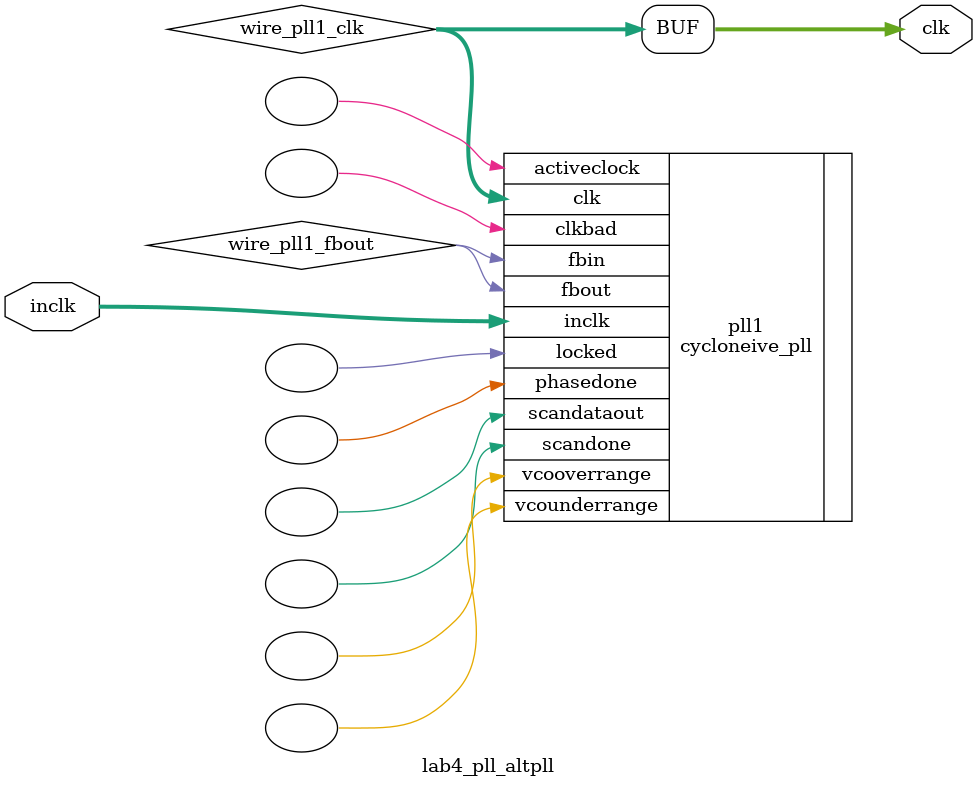
<source format=v>






//synthesis_resources = cycloneive_pll 1 
//synopsys translate_off
`timescale 1 ps / 1 ps
//synopsys translate_on
module  lab4_pll_altpll
	( 
	clk,
	inclk) /* synthesis synthesis_clearbox=1 */;
	output   [4:0]  clk;
	input   [1:0]  inclk;
`ifndef ALTERA_RESERVED_QIS
// synopsys translate_off
`endif
	tri0   [1:0]  inclk;
`ifndef ALTERA_RESERVED_QIS
// synopsys translate_on
`endif

	wire  [4:0]   wire_pll1_clk;
	wire  wire_pll1_fbout;

	cycloneive_pll   pll1
	( 
	.activeclock(),
	.clk(wire_pll1_clk),
	.clkbad(),
	.fbin(wire_pll1_fbout),
	.fbout(wire_pll1_fbout),
	.inclk(inclk),
	.locked(),
	.phasedone(),
	.scandataout(),
	.scandone(),
	.vcooverrange(),
	.vcounderrange()
	`ifndef FORMAL_VERIFICATION
	// synopsys translate_off
	`endif
	,
	.areset(1'b0),
	.clkswitch(1'b0),
	.configupdate(1'b0),
	.pfdena(1'b1),
	.phasecounterselect({3{1'b0}}),
	.phasestep(1'b0),
	.phaseupdown(1'b0),
	.scanclk(1'b0),
	.scanclkena(1'b1),
	.scandata(1'b0)
	`ifndef FORMAL_VERIFICATION
	// synopsys translate_on
	`endif
	);
	defparam
		pll1.bandwidth_type = "auto",
		pll1.clk0_divide_by = 25,
		pll1.clk0_duty_cycle = 50,
		pll1.clk0_multiply_by = 12,
		pll1.clk0_phase_shift = "0",
		pll1.clk1_divide_by = 2,
		pll1.clk1_duty_cycle = 50,
		pll1.clk1_multiply_by = 1,
		pll1.clk1_phase_shift = "0",
		pll1.clk2_divide_by = 1,
		pll1.clk2_duty_cycle = 50,
		pll1.clk2_multiply_by = 1,
		pll1.clk2_phase_shift = "0",
		pll1.compensate_clock = "clk0",
		pll1.inclk0_input_frequency = 20000,
		pll1.operation_mode = "normal",
		pll1.pll_type = "auto",
		pll1.lpm_type = "cycloneive_pll";
	assign
		clk = {wire_pll1_clk[4:0]};
endmodule //lab4_pll_altpll
//VALID FILE

</source>
